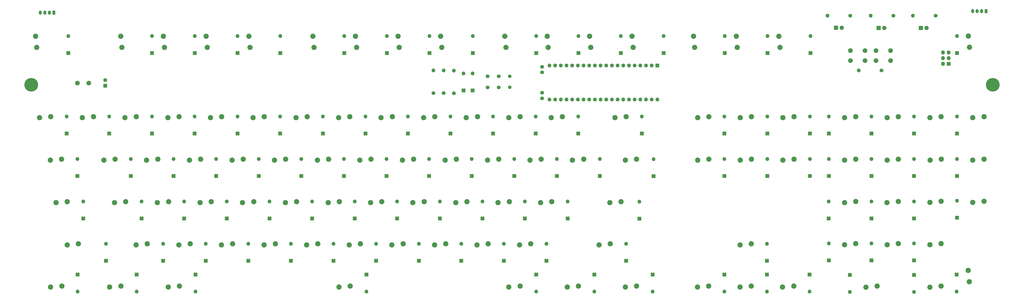
<source format=gbs>
G04 #@! TF.GenerationSoftware,KiCad,Pcbnew,5.1.6-c6e7f7d~87~ubuntu18.04.1*
G04 #@! TF.CreationDate,2020-08-05T12:53:25+02:00*
G04 #@! TF.ProjectId,aek2_usb,61656b32-5f75-4736-922e-6b696361645f,rev?*
G04 #@! TF.SameCoordinates,Original*
G04 #@! TF.FileFunction,Soldermask,Bot*
G04 #@! TF.FilePolarity,Negative*
%FSLAX46Y46*%
G04 Gerber Fmt 4.6, Leading zero omitted, Abs format (unit mm)*
G04 Created by KiCad (PCBNEW 5.1.6-c6e7f7d~87~ubuntu18.04.1) date 2020-08-05 12:53:25*
%MOMM*%
%LPD*%
G01*
G04 APERTURE LIST*
%ADD10C,2.350000*%
%ADD11O,1.700000X1.700000*%
%ADD12R,1.700000X1.700000*%
%ADD13O,1.300000X1.850000*%
%ADD14C,6.100000*%
%ADD15C,1.600000*%
%ADD16C,2.100000*%
%ADD17C,1.700000*%
%ADD18C,1.900000*%
%ADD19R,1.900000X1.900000*%
%ADD20O,1.800000X1.800000*%
%ADD21R,1.800000X1.800000*%
G04 APERTURE END LIST*
D10*
G04 #@! TO.C,MX102*
X461304000Y-239713000D03*
X466304000Y-239213000D03*
G04 #@! TD*
G04 #@! TO.C,MX100*
X507556000Y-237196000D03*
X507056000Y-232196000D03*
G04 #@! TD*
G04 #@! TO.C,MX77*
X353735000Y-239649500D03*
X358735000Y-239149500D03*
G04 #@! TD*
G04 #@! TO.C,MX76*
X327700000Y-239649500D03*
X332700000Y-239149500D03*
G04 #@! TD*
G04 #@! TO.C,MX75*
X301601500Y-239649500D03*
X306601500Y-239149500D03*
G04 #@! TD*
G04 #@! TO.C,MX66*
X341924000Y-220726500D03*
X346924000Y-220226500D03*
G04 #@! TD*
G04 #@! TO.C,MX54*
X346750000Y-201803500D03*
X351750000Y-201303500D03*
G04 #@! TD*
G04 #@! TO.C,MX40*
X353735000Y-182753500D03*
X358735000Y-182253500D03*
G04 #@! TD*
G04 #@! TO.C,MX26*
X349036000Y-163703500D03*
X354036000Y-163203500D03*
G04 #@! TD*
G04 #@! TO.C,MX69*
X149265000Y-239649500D03*
X154265000Y-239149500D03*
G04 #@! TD*
G04 #@! TO.C,MX68*
X123039500Y-239649500D03*
X128039500Y-239149500D03*
G04 #@! TD*
G04 #@! TO.C,MX67*
X96623500Y-239649500D03*
X101623500Y-239149500D03*
G04 #@! TD*
G04 #@! TO.C,MX55*
X104053000Y-220726500D03*
X109053000Y-220226500D03*
G04 #@! TD*
G04 #@! TO.C,MX41*
X99036500Y-201803500D03*
X104036500Y-201303500D03*
G04 #@! TD*
G04 #@! TO.C,MX27*
X96496500Y-182753500D03*
X101496500Y-182253500D03*
G04 #@! TD*
D11*
G04 #@! TO.C,D24*
X275463000Y-163195000D03*
D12*
X275463000Y-170815000D03*
G04 #@! TD*
D10*
G04 #@! TO.C,MX28*
X120436000Y-182753500D03*
X125436000Y-182253500D03*
G04 #@! TD*
G04 #@! TO.C,MX19*
X206415000Y-163703500D03*
X211415000Y-163203500D03*
G04 #@! TD*
G04 #@! TO.C,MX39*
X330049500Y-182753500D03*
X335049500Y-182253500D03*
G04 #@! TD*
D13*
G04 #@! TO.C,J1*
X509061200Y-115925600D03*
X511061200Y-115925600D03*
X513061200Y-115925600D03*
G36*
G01*
X515711200Y-115271432D02*
X515711200Y-116579768D01*
G75*
G02*
X515440368Y-116850600I-270832J0D01*
G01*
X514682032Y-116850600D01*
G75*
G02*
X514411200Y-116579768I0J270832D01*
G01*
X514411200Y-115271432D01*
G75*
G02*
X514682032Y-115000600I270832J0D01*
G01*
X515440368Y-115000600D01*
G75*
G02*
X515711200Y-115271432I0J-270832D01*
G01*
G37*
G04 #@! TD*
D10*
G04 #@! TO.C,MX86*
X509119500Y-201676500D03*
X514119500Y-201176500D03*
G04 #@! TD*
G04 #@! TO.C,MX96*
X470765500Y-201740000D03*
X475765500Y-201240000D03*
G04 #@! TD*
G04 #@! TO.C,MX44*
X163489000Y-201803500D03*
X168489000Y-201303500D03*
G04 #@! TD*
D14*
G04 #@! TO.C,H1*
X87934800Y-148945600D03*
G04 #@! TD*
G04 #@! TO.C,H2*
X518058400Y-148945600D03*
G04 #@! TD*
D10*
G04 #@! TO.C,MX89*
X451779000Y-201740000D03*
X456779000Y-201240000D03*
G04 #@! TD*
G04 #@! TO.C,MX85*
X509119500Y-163703500D03*
X514119500Y-163203500D03*
G04 #@! TD*
D11*
G04 #@! TO.C,D56*
X359968800Y-201320400D03*
D12*
X359968800Y-208940400D03*
G04 #@! TD*
D11*
G04 #@! TO.C,D85*
X482854000Y-163195000D03*
D12*
X482854000Y-170815000D03*
G04 #@! TD*
D11*
G04 #@! TO.C,D99*
X482854000Y-182245000D03*
D12*
X482854000Y-189865000D03*
G04 #@! TD*
D11*
G04 #@! TO.C,D96*
X436245000Y-182245000D03*
D12*
X436245000Y-189865000D03*
G04 #@! TD*
D11*
G04 #@! TO.C,D89*
X482854000Y-220091000D03*
D12*
X482854000Y-227711000D03*
G04 #@! TD*
D11*
G04 #@! TO.C,D90*
X463804000Y-220091000D03*
D12*
X463804000Y-227711000D03*
G04 #@! TD*
D11*
G04 #@! TO.C,D105*
X444754000Y-220091000D03*
D12*
X444754000Y-227711000D03*
G04 #@! TD*
D11*
G04 #@! TO.C,D106*
X398018000Y-163195000D03*
D12*
X398018000Y-170815000D03*
G04 #@! TD*
D11*
G04 #@! TO.C,D100*
X482854000Y-201295000D03*
D12*
X482854000Y-208915000D03*
G04 #@! TD*
D11*
G04 #@! TO.C,D98*
X463804000Y-201295000D03*
D12*
X463804000Y-208915000D03*
G04 #@! TD*
D11*
G04 #@! TO.C,D91*
X444627000Y-201295000D03*
D12*
X444627000Y-208915000D03*
G04 #@! TD*
D11*
G04 #@! TO.C,D104*
X454152000Y-241808000D03*
D12*
X454152000Y-234188000D03*
G04 #@! TD*
D11*
G04 #@! TO.C,D103*
X482854000Y-241808000D03*
D12*
X482854000Y-234188000D03*
G04 #@! TD*
D11*
G04 #@! TO.C,D87*
X502031000Y-163195000D03*
D12*
X502031000Y-170815000D03*
G04 #@! TD*
D11*
G04 #@! TO.C,D102*
X501904000Y-241681000D03*
D12*
X501904000Y-234061000D03*
G04 #@! TD*
D11*
G04 #@! TO.C,D84*
X463804000Y-182245000D03*
D12*
X463804000Y-189865000D03*
G04 #@! TD*
D11*
G04 #@! TO.C,D97*
X444754000Y-182245000D03*
D12*
X444754000Y-189865000D03*
G04 #@! TD*
D11*
G04 #@! TO.C,D83*
X463804000Y-163195000D03*
D12*
X463804000Y-170815000D03*
G04 #@! TD*
D11*
G04 #@! TO.C,D82*
X444754000Y-163195000D03*
D12*
X444754000Y-170815000D03*
G04 #@! TD*
D11*
G04 #@! TO.C,D101*
X502031000Y-182245000D03*
D12*
X502031000Y-189865000D03*
G04 #@! TD*
D11*
G04 #@! TO.C,D81*
X436245000Y-163195000D03*
D12*
X436245000Y-170815000D03*
G04 #@! TD*
D11*
G04 #@! TO.C,D94*
X398018000Y-182245000D03*
D12*
X398018000Y-189865000D03*
G04 #@! TD*
D11*
G04 #@! TO.C,D95*
X417195000Y-182245000D03*
D12*
X417195000Y-189865000D03*
G04 #@! TD*
D11*
G04 #@! TO.C,D80*
X417195000Y-163195000D03*
D12*
X417195000Y-170815000D03*
G04 #@! TD*
D11*
G04 #@! TO.C,D88*
X502031000Y-200914000D03*
D12*
X502031000Y-208534000D03*
G04 #@! TD*
D11*
G04 #@! TO.C,D86*
X502031000Y-127127000D03*
D12*
X502031000Y-134747000D03*
G04 #@! TD*
D11*
G04 #@! TO.C,D92*
X436499000Y-127127000D03*
D12*
X436499000Y-134747000D03*
G04 #@! TD*
D11*
G04 #@! TO.C,D93*
X417322000Y-127127000D03*
D12*
X417322000Y-134747000D03*
G04 #@! TD*
D11*
G04 #@! TO.C,D107*
X398145000Y-127127000D03*
D12*
X398145000Y-134747000D03*
G04 #@! TD*
D11*
G04 #@! TO.C,D79*
X365887000Y-241681000D03*
D12*
X365887000Y-234061000D03*
G04 #@! TD*
D11*
G04 #@! TO.C,D78*
X339852000Y-241681000D03*
D12*
X339852000Y-234061000D03*
G04 #@! TD*
D11*
G04 #@! TO.C,D77*
X313817000Y-241681000D03*
D12*
X313817000Y-234061000D03*
G04 #@! TD*
D11*
G04 #@! TO.C,D74*
X398018000Y-241681000D03*
D12*
X398018000Y-234061000D03*
G04 #@! TD*
D11*
G04 #@! TO.C,D75*
X417068000Y-220218000D03*
D12*
X417068000Y-227838000D03*
G04 #@! TD*
D11*
G04 #@! TO.C,D72*
X237871000Y-241681000D03*
D12*
X237871000Y-234061000D03*
G04 #@! TD*
D11*
G04 #@! TO.C,D76*
X417068000Y-241681000D03*
D12*
X417068000Y-234061000D03*
G04 #@! TD*
D11*
G04 #@! TO.C,D73*
X436118000Y-241681000D03*
D12*
X436118000Y-234061000D03*
G04 #@! TD*
D11*
G04 #@! TO.C,D71*
X161417000Y-241681000D03*
D12*
X161417000Y-234061000D03*
G04 #@! TD*
D11*
G04 #@! TO.C,D70*
X135128000Y-241681000D03*
D12*
X135128000Y-234061000D03*
G04 #@! TD*
D11*
G04 #@! TO.C,D69*
X108712000Y-241681000D03*
D12*
X108712000Y-234061000D03*
G04 #@! TD*
D11*
G04 #@! TO.C,D68*
X354076000Y-220218000D03*
D12*
X354076000Y-227838000D03*
G04 #@! TD*
D11*
G04 #@! TO.C,D67*
X318389000Y-220218000D03*
D12*
X318389000Y-227838000D03*
G04 #@! TD*
D11*
G04 #@! TO.C,D66*
X299339000Y-220218000D03*
D12*
X299339000Y-227838000D03*
G04 #@! TD*
D11*
G04 #@! TO.C,D65*
X280289000Y-220218000D03*
D12*
X280289000Y-227838000D03*
G04 #@! TD*
D11*
G04 #@! TO.C,D64*
X261366000Y-220218000D03*
D12*
X261366000Y-227838000D03*
G04 #@! TD*
D11*
G04 #@! TO.C,D63*
X242189000Y-220218000D03*
D12*
X242189000Y-227838000D03*
G04 #@! TD*
D11*
G04 #@! TO.C,D62*
X223139000Y-220218000D03*
D12*
X223139000Y-227838000D03*
G04 #@! TD*
D11*
G04 #@! TO.C,D61*
X204089000Y-220218000D03*
D12*
X204089000Y-227838000D03*
G04 #@! TD*
D11*
G04 #@! TO.C,D60*
X185039000Y-220218000D03*
D12*
X185039000Y-227838000D03*
G04 #@! TD*
D11*
G04 #@! TO.C,D59*
X165989000Y-220218000D03*
D12*
X165989000Y-227838000D03*
G04 #@! TD*
D11*
G04 #@! TO.C,D58*
X146939000Y-220218000D03*
D12*
X146939000Y-227838000D03*
G04 #@! TD*
D11*
G04 #@! TO.C,D57*
X121361200Y-220218000D03*
D12*
X121361200Y-227838000D03*
G04 #@! TD*
D11*
G04 #@! TO.C,D55*
X327914000Y-201295000D03*
D12*
X327914000Y-208915000D03*
G04 #@! TD*
D11*
G04 #@! TO.C,D54*
X351663000Y-127127000D03*
D12*
X351663000Y-134747000D03*
G04 #@! TD*
D11*
G04 #@! TO.C,D53*
X308737000Y-201295000D03*
D12*
X308737000Y-208915000D03*
G04 #@! TD*
D11*
G04 #@! TO.C,D52*
X289814000Y-201295000D03*
D12*
X289814000Y-208915000D03*
G04 #@! TD*
D11*
G04 #@! TO.C,D51*
X270764000Y-201295000D03*
D12*
X270764000Y-208915000D03*
G04 #@! TD*
D11*
G04 #@! TO.C,D50*
X251587000Y-201295000D03*
D12*
X251587000Y-208915000D03*
G04 #@! TD*
D11*
G04 #@! TO.C,D49*
X232664000Y-201295000D03*
D12*
X232664000Y-208915000D03*
G04 #@! TD*
D11*
G04 #@! TO.C,D48*
X213614000Y-201295000D03*
D12*
X213614000Y-208915000D03*
G04 #@! TD*
D11*
G04 #@! TO.C,D47*
X194564000Y-201295000D03*
D12*
X194564000Y-208915000D03*
G04 #@! TD*
D11*
G04 #@! TO.C,D46*
X175387000Y-201295000D03*
D12*
X175387000Y-208915000D03*
G04 #@! TD*
D11*
G04 #@! TO.C,D45*
X156337000Y-201295000D03*
D12*
X156337000Y-208915000D03*
G04 #@! TD*
D11*
G04 #@! TO.C,D44*
X137287000Y-201295000D03*
D12*
X137287000Y-208915000D03*
G04 #@! TD*
D11*
G04 #@! TO.C,D43*
X111252000Y-201295000D03*
D12*
X111252000Y-208915000D03*
G04 #@! TD*
D11*
G04 #@! TO.C,D42*
X366369600Y-182270400D03*
D12*
X366369600Y-189890400D03*
G04 #@! TD*
D11*
G04 #@! TO.C,D41*
X342265000Y-182245000D03*
D12*
X342265000Y-189865000D03*
G04 #@! TD*
D11*
G04 #@! TO.C,D40*
X323088000Y-182245000D03*
D12*
X323088000Y-189865000D03*
G04 #@! TD*
D11*
G04 #@! TO.C,D39*
X304038000Y-182245000D03*
D12*
X304038000Y-189865000D03*
G04 #@! TD*
D11*
G04 #@! TO.C,D38*
X284988000Y-182245000D03*
D12*
X284988000Y-189865000D03*
G04 #@! TD*
D11*
G04 #@! TO.C,D37*
X265938000Y-182245000D03*
D12*
X265938000Y-189865000D03*
G04 #@! TD*
D11*
G04 #@! TO.C,D36*
X246888000Y-182245000D03*
D12*
X246888000Y-189865000D03*
G04 #@! TD*
D11*
G04 #@! TO.C,D35*
X227838000Y-182245000D03*
D12*
X227838000Y-189865000D03*
G04 #@! TD*
D11*
G04 #@! TO.C,D34*
X208788000Y-182245000D03*
D12*
X208788000Y-189865000D03*
G04 #@! TD*
D11*
G04 #@! TO.C,D33*
X189738000Y-182245000D03*
D12*
X189738000Y-189865000D03*
G04 #@! TD*
D11*
G04 #@! TO.C,D32*
X170688000Y-182245000D03*
D12*
X170688000Y-189865000D03*
G04 #@! TD*
D11*
G04 #@! TO.C,D31*
X151638000Y-182245000D03*
D12*
X151638000Y-189865000D03*
G04 #@! TD*
D11*
G04 #@! TO.C,D30*
X132461000Y-182245000D03*
D12*
X132461000Y-189865000D03*
G04 #@! TD*
D11*
G04 #@! TO.C,D29*
X108585000Y-182245000D03*
D12*
X108585000Y-189865000D03*
G04 #@! TD*
D11*
G04 #@! TO.C,D28*
X361061000Y-163195000D03*
D12*
X361061000Y-170815000D03*
G04 #@! TD*
D11*
G04 #@! TO.C,D27*
X332613000Y-163195000D03*
D12*
X332613000Y-170815000D03*
G04 #@! TD*
D11*
G04 #@! TO.C,D26*
X313563000Y-163195000D03*
D12*
X313563000Y-170815000D03*
G04 #@! TD*
D11*
G04 #@! TO.C,D25*
X294513000Y-163195000D03*
D12*
X294513000Y-170815000D03*
G04 #@! TD*
D11*
G04 #@! TO.C,D23*
X256413000Y-163195000D03*
D12*
X256413000Y-170815000D03*
G04 #@! TD*
D11*
G04 #@! TO.C,D22*
X237490000Y-163195000D03*
D12*
X237490000Y-170815000D03*
G04 #@! TD*
D11*
G04 #@! TO.C,D21*
X218440000Y-163195000D03*
D12*
X218440000Y-170815000D03*
G04 #@! TD*
D11*
G04 #@! TO.C,D20*
X199263000Y-163195000D03*
D12*
X199263000Y-170815000D03*
G04 #@! TD*
D11*
G04 #@! TO.C,D19*
X180213000Y-163195000D03*
D12*
X180213000Y-170815000D03*
G04 #@! TD*
D11*
G04 #@! TO.C,D18*
X161036000Y-163195000D03*
D12*
X161036000Y-170815000D03*
G04 #@! TD*
D11*
G04 #@! TO.C,D17*
X141986000Y-163195000D03*
D12*
X141986000Y-170815000D03*
G04 #@! TD*
D11*
G04 #@! TO.C,D16*
X122809000Y-163195000D03*
D12*
X122809000Y-170815000D03*
G04 #@! TD*
D11*
G04 #@! TO.C,D15*
X103759000Y-163195000D03*
D12*
X103759000Y-170815000D03*
G04 #@! TD*
D11*
G04 #@! TO.C,D14*
X370840000Y-127127000D03*
D12*
X370840000Y-134747000D03*
G04 #@! TD*
D11*
G04 #@! TO.C,D13*
X332740000Y-127127000D03*
D12*
X332740000Y-134747000D03*
G04 #@! TD*
D11*
G04 #@! TO.C,D12*
X313817000Y-127127000D03*
D12*
X313817000Y-134747000D03*
G04 #@! TD*
D11*
G04 #@! TO.C,D11*
X285496000Y-127127000D03*
D12*
X285496000Y-134747000D03*
G04 #@! TD*
D11*
G04 #@! TO.C,D10*
X266065000Y-127127000D03*
D12*
X266065000Y-134747000D03*
G04 #@! TD*
D11*
G04 #@! TO.C,D9*
X247015000Y-127127000D03*
D12*
X247015000Y-134747000D03*
G04 #@! TD*
D11*
G04 #@! TO.C,D8*
X227965000Y-127127000D03*
D12*
X227965000Y-134747000D03*
G04 #@! TD*
D11*
G04 #@! TO.C,D7*
X199390000Y-127127000D03*
D12*
X199390000Y-134747000D03*
G04 #@! TD*
D11*
G04 #@! TO.C,D6*
X180213000Y-127127000D03*
D12*
X180213000Y-134747000D03*
G04 #@! TD*
D11*
G04 #@! TO.C,D5*
X161099500Y-127127000D03*
D12*
X161099500Y-134747000D03*
G04 #@! TD*
D11*
G04 #@! TO.C,D4*
X141986000Y-127127000D03*
D12*
X141986000Y-134747000D03*
G04 #@! TD*
D11*
G04 #@! TO.C,D3*
X104521000Y-127127000D03*
D12*
X104521000Y-134747000D03*
G04 #@! TD*
D11*
G04 #@! TO.C,D2*
X285369000Y-143891000D03*
D12*
X285369000Y-151511000D03*
G04 #@! TD*
D11*
G04 #@! TO.C,D1*
X281305000Y-143891000D03*
D12*
X281305000Y-151511000D03*
G04 #@! TD*
D10*
G04 #@! TO.C,MX11*
X319215000Y-132167000D03*
X318715000Y-127167000D03*
G04 #@! TD*
D15*
G04 #@! TO.C,XTAL1*
X302006000Y-150041000D03*
X302006000Y-145161000D03*
G04 #@! TD*
D11*
G04 #@! TO.C,U1*
X368046000Y-155575000D03*
X319786000Y-140335000D03*
X365506000Y-155575000D03*
X322326000Y-140335000D03*
X362966000Y-155575000D03*
X324866000Y-140335000D03*
X360426000Y-155575000D03*
X327406000Y-140335000D03*
X357886000Y-155575000D03*
X329946000Y-140335000D03*
X355346000Y-155575000D03*
X332486000Y-140335000D03*
X352806000Y-155575000D03*
X335026000Y-140335000D03*
X350266000Y-155575000D03*
X337566000Y-140335000D03*
X347726000Y-155575000D03*
X340106000Y-140335000D03*
X345186000Y-155575000D03*
X342646000Y-140335000D03*
X342646000Y-155575000D03*
X345186000Y-140335000D03*
X340106000Y-155575000D03*
X347726000Y-140335000D03*
X337566000Y-155575000D03*
X350266000Y-140335000D03*
X335026000Y-155575000D03*
X352806000Y-140335000D03*
X332486000Y-155575000D03*
X355346000Y-140335000D03*
X329946000Y-155575000D03*
X357886000Y-140335000D03*
X327406000Y-155575000D03*
X360426000Y-140335000D03*
X324866000Y-155575000D03*
X362966000Y-140335000D03*
X322326000Y-155575000D03*
X365506000Y-140335000D03*
X319786000Y-155575000D03*
D12*
X368046000Y-140335000D03*
G04 #@! TD*
D16*
G04 #@! TO.C,Reset1*
X460906000Y-133604000D03*
X460906000Y-138104000D03*
X454406000Y-133604000D03*
X454406000Y-138104000D03*
G04 #@! TD*
D11*
G04 #@! TO.C,R7*
X482346000Y-117983000D03*
D17*
X492506000Y-117983000D03*
G04 #@! TD*
D11*
G04 #@! TO.C,R6*
X463423000Y-117983000D03*
D17*
X473583000Y-117983000D03*
G04 #@! TD*
D11*
G04 #@! TO.C,R5*
X444182500Y-117983000D03*
D17*
X454342500Y-117983000D03*
G04 #@! TD*
D11*
G04 #@! TO.C,R4*
X458089000Y-142494000D03*
D17*
X468249000Y-142494000D03*
G04 #@! TD*
D11*
G04 #@! TO.C,R3*
X276987000Y-142621000D03*
D17*
X276987000Y-152781000D03*
G04 #@! TD*
D11*
G04 #@! TO.C,R2*
X272415000Y-142494000D03*
D17*
X272415000Y-152654000D03*
G04 #@! TD*
D11*
G04 #@! TO.C,R1*
X267843000Y-142494000D03*
D17*
X267843000Y-152654000D03*
G04 #@! TD*
D10*
G04 #@! TO.C,MX83*
X489942500Y-163703500D03*
X494942500Y-163203500D03*
G04 #@! TD*
G04 #@! TO.C,MX97*
X490006000Y-182753500D03*
X495006000Y-182253500D03*
G04 #@! TD*
G04 #@! TO.C,MX94*
X424156500Y-182753500D03*
X429156500Y-182253500D03*
G04 #@! TD*
G04 #@! TO.C,MX87*
X489942500Y-220663000D03*
X494942500Y-220163000D03*
G04 #@! TD*
G04 #@! TO.C,MX88*
X470829000Y-220663000D03*
X475829000Y-220163000D03*
G04 #@! TD*
G04 #@! TO.C,MX103*
X451779000Y-220663000D03*
X456779000Y-220163000D03*
G04 #@! TD*
G04 #@! TO.C,MX104*
X386056500Y-163703500D03*
X391056500Y-163203500D03*
G04 #@! TD*
G04 #@! TO.C,MX98*
X489942500Y-201676500D03*
X494942500Y-201176500D03*
G04 #@! TD*
G04 #@! TO.C,MX101*
X489942500Y-239713000D03*
X494942500Y-239213000D03*
G04 #@! TD*
G04 #@! TO.C,MX82*
X470829000Y-182753500D03*
X475829000Y-182253500D03*
G04 #@! TD*
G04 #@! TO.C,MX95*
X451779000Y-182753500D03*
X456779000Y-182253500D03*
G04 #@! TD*
G04 #@! TO.C,MX81*
X470829000Y-163703500D03*
X475829000Y-163203500D03*
G04 #@! TD*
G04 #@! TO.C,MX80*
X451779000Y-163703500D03*
X456779000Y-163203500D03*
G04 #@! TD*
G04 #@! TO.C,MX99*
X509119500Y-182753500D03*
X514119500Y-182253500D03*
G04 #@! TD*
G04 #@! TO.C,MX79*
X424156500Y-163703500D03*
X429156500Y-163203500D03*
G04 #@! TD*
G04 #@! TO.C,MX92*
X386056500Y-182753500D03*
X391056500Y-182253500D03*
G04 #@! TD*
G04 #@! TO.C,MX93*
X405106500Y-182753500D03*
X410106500Y-182253500D03*
G04 #@! TD*
G04 #@! TO.C,MX78*
X405106500Y-163703500D03*
X410106500Y-163203500D03*
G04 #@! TD*
G04 #@! TO.C,MX84*
X507619500Y-132103500D03*
X507119500Y-127103500D03*
G04 #@! TD*
G04 #@! TO.C,MX90*
X422910500Y-132167000D03*
X422410500Y-127167000D03*
G04 #@! TD*
G04 #@! TO.C,MX91*
X403797000Y-132167000D03*
X403297000Y-127167000D03*
G04 #@! TD*
G04 #@! TO.C,MX105*
X384683500Y-132167000D03*
X384183500Y-127167000D03*
G04 #@! TD*
G04 #@! TO.C,MX72*
X385993000Y-239649500D03*
X390993000Y-239149500D03*
G04 #@! TD*
G04 #@! TO.C,MX73*
X405043000Y-220726500D03*
X410043000Y-220226500D03*
G04 #@! TD*
G04 #@! TO.C,MX70*
X225592000Y-239649500D03*
X230592000Y-239149500D03*
G04 #@! TD*
G04 #@! TO.C,MX74*
X405043000Y-239649500D03*
X410043000Y-239149500D03*
G04 #@! TD*
G04 #@! TO.C,MX71*
X424029500Y-239649500D03*
X429029500Y-239149500D03*
G04 #@! TD*
G04 #@! TO.C,MX65*
X306364000Y-220726500D03*
X311364000Y-220226500D03*
G04 #@! TD*
G04 #@! TO.C,MX64*
X287314000Y-220726500D03*
X292314000Y-220226500D03*
G04 #@! TD*
G04 #@! TO.C,MX63*
X268391000Y-220726500D03*
X273391000Y-220226500D03*
G04 #@! TD*
G04 #@! TO.C,MX62*
X249277500Y-220726500D03*
X254277500Y-220226500D03*
G04 #@! TD*
G04 #@! TO.C,MX61*
X230164000Y-220726500D03*
X235164000Y-220226500D03*
G04 #@! TD*
G04 #@! TO.C,MX60*
X211114000Y-220726500D03*
X216114000Y-220226500D03*
G04 #@! TD*
G04 #@! TO.C,MX59*
X192127500Y-220726500D03*
X197127500Y-220226500D03*
G04 #@! TD*
G04 #@! TO.C,MX58*
X173014000Y-220726500D03*
X178014000Y-220226500D03*
G04 #@! TD*
G04 #@! TO.C,MX57*
X154027500Y-220726500D03*
X159027500Y-220226500D03*
G04 #@! TD*
G04 #@! TO.C,MX56*
X134850500Y-220726500D03*
X139850500Y-220226500D03*
G04 #@! TD*
G04 #@! TO.C,MX53*
X315762000Y-201803500D03*
X320762000Y-201303500D03*
G04 #@! TD*
G04 #@! TO.C,MX52*
X338201500Y-132167000D03*
X337701500Y-127167000D03*
G04 #@! TD*
G04 #@! TO.C,MX51*
X296775500Y-201803500D03*
X301775500Y-201303500D03*
G04 #@! TD*
G04 #@! TO.C,MX50*
X277852500Y-201803500D03*
X282852500Y-201303500D03*
G04 #@! TD*
G04 #@! TO.C,MX49*
X258675500Y-201803500D03*
X263675500Y-201303500D03*
G04 #@! TD*
G04 #@! TO.C,MX48*
X239752500Y-201803500D03*
X244752500Y-201303500D03*
G04 #@! TD*
G04 #@! TO.C,MX47*
X220766000Y-201803500D03*
X225766000Y-201303500D03*
G04 #@! TD*
G04 #@! TO.C,MX46*
X201652500Y-201803500D03*
X206652500Y-201303500D03*
G04 #@! TD*
G04 #@! TO.C,MX45*
X182475500Y-201803500D03*
X187475500Y-201303500D03*
G04 #@! TD*
G04 #@! TO.C,MX43*
X144375500Y-201803500D03*
X149375500Y-201303500D03*
G04 #@! TD*
G04 #@! TO.C,MX42*
X125198500Y-201803500D03*
X130198500Y-201303500D03*
G04 #@! TD*
G04 #@! TO.C,MX38*
X311063000Y-182753500D03*
X316063000Y-182253500D03*
G04 #@! TD*
G04 #@! TO.C,MX37*
X292076500Y-182753500D03*
X297076500Y-182253500D03*
G04 #@! TD*
G04 #@! TO.C,MX36*
X273090000Y-182753500D03*
X278090000Y-182253500D03*
G04 #@! TD*
G04 #@! TO.C,MX35*
X253976500Y-182753500D03*
X258976500Y-182253500D03*
G04 #@! TD*
G04 #@! TO.C,MX34*
X234926500Y-182753500D03*
X239926500Y-182253500D03*
G04 #@! TD*
G04 #@! TO.C,MX33*
X215940000Y-182753500D03*
X220940000Y-182253500D03*
G04 #@! TD*
G04 #@! TO.C,MX32*
X196763000Y-182753500D03*
X201763000Y-182253500D03*
G04 #@! TD*
G04 #@! TO.C,MX31*
X177776500Y-182753500D03*
X182776500Y-182253500D03*
G04 #@! TD*
G04 #@! TO.C,MX30*
X158726500Y-182753500D03*
X163726500Y-182253500D03*
G04 #@! TD*
G04 #@! TO.C,MX29*
X139549500Y-182753500D03*
X144549500Y-182253500D03*
G04 #@! TD*
G04 #@! TO.C,MX25*
X320524500Y-163703500D03*
X325524500Y-163203500D03*
G04 #@! TD*
G04 #@! TO.C,MX24*
X301601500Y-163703500D03*
X306601500Y-163203500D03*
G04 #@! TD*
G04 #@! TO.C,MX23*
X282551500Y-163703500D03*
X287551500Y-163203500D03*
G04 #@! TD*
G04 #@! TO.C,MX22*
X263438000Y-163703500D03*
X268438000Y-163203500D03*
G04 #@! TD*
G04 #@! TO.C,MX21*
X244451500Y-163703500D03*
X249451500Y-163203500D03*
G04 #@! TD*
G04 #@! TO.C,MX20*
X225465000Y-163703500D03*
X230465000Y-163203500D03*
G04 #@! TD*
G04 #@! TO.C,MX18*
X187174500Y-163703500D03*
X192174500Y-163203500D03*
G04 #@! TD*
G04 #@! TO.C,MX17*
X168124500Y-163703500D03*
X173124500Y-163203500D03*
G04 #@! TD*
G04 #@! TO.C,MX16*
X149074500Y-163703500D03*
X154074500Y-163203500D03*
G04 #@! TD*
G04 #@! TO.C,MX15*
X129897500Y-163703500D03*
X134897500Y-163203500D03*
G04 #@! TD*
G04 #@! TO.C,MX14*
X110784000Y-163703500D03*
X115784000Y-163203500D03*
G04 #@! TD*
G04 #@! TO.C,MX13*
X91670500Y-163703500D03*
X96670500Y-163203500D03*
G04 #@! TD*
G04 #@! TO.C,MX12*
X357188000Y-132167000D03*
X356688000Y-127167000D03*
G04 #@! TD*
G04 #@! TO.C,MX10*
X300292000Y-132167000D03*
X299792000Y-127167000D03*
G04 #@! TD*
G04 #@! TO.C,MX9*
X271590000Y-132167000D03*
X271090000Y-127167000D03*
G04 #@! TD*
G04 #@! TO.C,MX8*
X252540000Y-132167000D03*
X252040000Y-127167000D03*
G04 #@! TD*
G04 #@! TO.C,MX7*
X233490000Y-132167000D03*
X232990000Y-127167000D03*
G04 #@! TD*
G04 #@! TO.C,MX6*
X214440000Y-132167000D03*
X213940000Y-127167000D03*
G04 #@! TD*
G04 #@! TO.C,MX5*
X185801500Y-132167000D03*
X185301500Y-127167000D03*
G04 #@! TD*
G04 #@! TO.C,MX4*
X166688000Y-132167000D03*
X166188000Y-127167000D03*
G04 #@! TD*
G04 #@! TO.C,MX3*
X147574500Y-132167000D03*
X147074500Y-127167000D03*
G04 #@! TD*
G04 #@! TO.C,MX2*
X128524500Y-132167000D03*
X128024500Y-127167000D03*
G04 #@! TD*
G04 #@! TO.C,MX1*
X90424500Y-132167000D03*
X89924500Y-127167000D03*
G04 #@! TD*
D18*
G04 #@! TO.C,LED3*
X488442000Y-123444000D03*
D19*
X485902000Y-123444000D03*
G04 #@! TD*
D18*
G04 #@! TO.C,LED2*
X469582500Y-123444000D03*
D19*
X467042500Y-123444000D03*
G04 #@! TD*
D18*
G04 #@! TO.C,LED1*
X450532500Y-123380500D03*
D19*
X447992500Y-123380500D03*
G04 #@! TD*
D13*
G04 #@! TO.C,J2*
X92044000Y-116586000D03*
X94044000Y-116586000D03*
X96044000Y-116586000D03*
G36*
G01*
X98694000Y-115931832D02*
X98694000Y-117240168D01*
G75*
G02*
X98423168Y-117511000I-270832J0D01*
G01*
X97664832Y-117511000D01*
G75*
G02*
X97394000Y-117240168I0J270832D01*
G01*
X97394000Y-115931832D01*
G75*
G02*
X97664832Y-115661000I270832J0D01*
G01*
X98423168Y-115661000D01*
G75*
G02*
X98694000Y-115931832I0J-270832D01*
G01*
G37*
G04 #@! TD*
D16*
G04 #@! TO.C,F1*
X108648500Y-148135500D03*
X113728500Y-148145500D03*
G04 #@! TD*
D17*
G04 #@! TO.C,C5*
X292053000Y-150114000D03*
X297053000Y-150114000D03*
G04 #@! TD*
G04 #@! TO.C,C4*
X292053000Y-145161000D03*
X297053000Y-145161000D03*
G04 #@! TD*
G04 #@! TO.C,C3*
X316484000Y-155027000D03*
X316484000Y-152527000D03*
G04 #@! TD*
G04 #@! TO.C,C2*
X316484000Y-140883000D03*
X316484000Y-143383000D03*
G04 #@! TD*
G04 #@! TO.C,C1*
X121094500Y-146852000D03*
D12*
X121094500Y-149352000D03*
G04 #@! TD*
D16*
G04 #@! TO.C,Boot1*
X472336000Y-133604000D03*
X472336000Y-138104000D03*
X465836000Y-133604000D03*
X465836000Y-138104000D03*
G04 #@! TD*
D20*
G04 #@! TO.C,AVR1*
X495808000Y-134493000D03*
X498348000Y-134493000D03*
X495808000Y-137033000D03*
X498348000Y-137033000D03*
X495808000Y-139573000D03*
D21*
X498348000Y-139573000D03*
G04 #@! TD*
M02*

</source>
